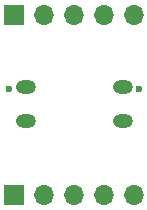
<source format=gbr>
%TF.GenerationSoftware,KiCad,Pcbnew,8.0.7*%
%TF.CreationDate,2025-05-14T16:02:52-05:00*%
%TF.ProjectId,usbc_breakout,75736263-5f62-4726-9561-6b6f75742e6b,rev?*%
%TF.SameCoordinates,Original*%
%TF.FileFunction,Soldermask,Bot*%
%TF.FilePolarity,Negative*%
%FSLAX46Y46*%
G04 Gerber Fmt 4.6, Leading zero omitted, Abs format (unit mm)*
G04 Created by KiCad (PCBNEW 8.0.7) date 2025-05-14 16:02:52*
%MOMM*%
%LPD*%
G01*
G04 APERTURE LIST*
%ADD10C,0.600000*%
%ADD11O,1.700000X1.200000*%
%ADD12R,1.700000X1.700000*%
%ADD13O,1.700000X1.700000*%
G04 APERTURE END LIST*
D10*
%TO.C,P1*%
X2100000Y-8230000D03*
X13100000Y-8230000D03*
D11*
X3500000Y-8060000D03*
X3500000Y-11000000D03*
X11700000Y-8060000D03*
X11700000Y-11000000D03*
%TD*%
D12*
%TO.C,J3*%
X2460000Y-2000000D03*
D13*
X5000000Y-2000000D03*
X7540000Y-2000000D03*
X10080000Y-2000000D03*
X12620000Y-2000000D03*
%TD*%
D12*
%TO.C,J2*%
X2460000Y-17240000D03*
D13*
X5000000Y-17240000D03*
X7540000Y-17240000D03*
X10080000Y-17240000D03*
X12620000Y-17240000D03*
%TD*%
M02*

</source>
